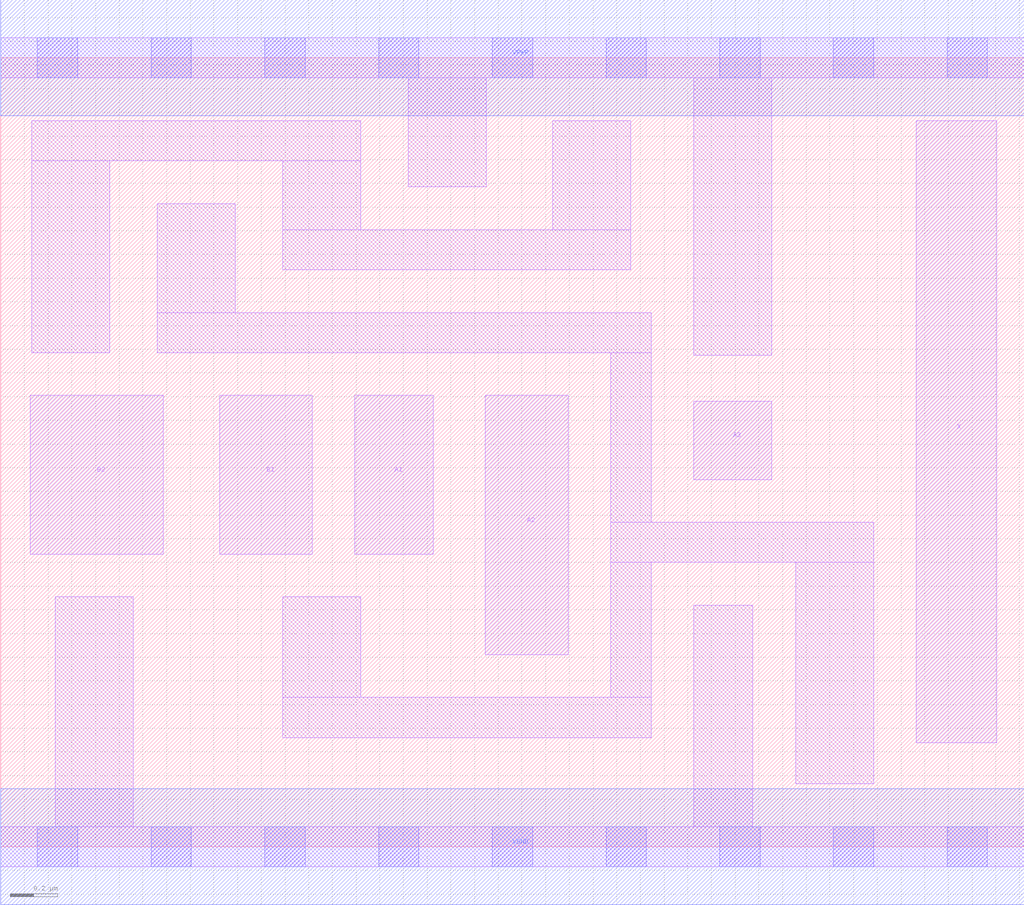
<source format=lef>
# Copyright 2020 The SkyWater PDK Authors
#
# Licensed under the Apache License, Version 2.0 (the "License");
# you may not use this file except in compliance with the License.
# You may obtain a copy of the License at
#
#     https://www.apache.org/licenses/LICENSE-2.0
#
# Unless required by applicable law or agreed to in writing, software
# distributed under the License is distributed on an "AS IS" BASIS,
# WITHOUT WARRANTIES OR CONDITIONS OF ANY KIND, either express or implied.
# See the License for the specific language governing permissions and
# limitations under the License.
#
# SPDX-License-Identifier: Apache-2.0

VERSION 5.7 ;
  NOWIREEXTENSIONATPIN ON ;
  DIVIDERCHAR "/" ;
  BUSBITCHARS "[]" ;
UNITS
  DATABASE MICRONS 200 ;
END UNITS
MACRO sky130_fd_sc_lp__a32o_lp
  CLASS CORE ;
  FOREIGN sky130_fd_sc_lp__a32o_lp ;
  ORIGIN  0.000000  0.000000 ;
  SIZE  4.320000 BY  3.330000 ;
  SYMMETRY X Y R90 ;
  SITE unit ;
  PIN A1
    ANTENNAGATEAREA  0.313000 ;
    DIRECTION INPUT ;
    USE SIGNAL ;
    PORT
      LAYER li1 ;
        RECT 1.495000 1.235000 1.825000 1.905000 ;
    END
  END A1
  PIN A2
    ANTENNAGATEAREA  0.313000 ;
    DIRECTION INPUT ;
    USE SIGNAL ;
    PORT
      LAYER li1 ;
        RECT 2.045000 0.810000 2.395000 1.905000 ;
    END
  END A2
  PIN A3
    ANTENNAGATEAREA  0.313000 ;
    DIRECTION INPUT ;
    USE SIGNAL ;
    PORT
      LAYER li1 ;
        RECT 2.925000 1.550000 3.255000 1.880000 ;
    END
  END A3
  PIN B1
    ANTENNAGATEAREA  0.313000 ;
    DIRECTION INPUT ;
    USE SIGNAL ;
    PORT
      LAYER li1 ;
        RECT 0.925000 1.235000 1.315000 1.905000 ;
    END
  END B1
  PIN B2
    ANTENNAGATEAREA  0.313000 ;
    DIRECTION INPUT ;
    USE SIGNAL ;
    PORT
      LAYER li1 ;
        RECT 0.125000 1.235000 0.685000 1.905000 ;
    END
  END B2
  PIN X
    ANTENNADIFFAREA  0.442500 ;
    DIRECTION OUTPUT ;
    USE SIGNAL ;
    PORT
      LAYER li1 ;
        RECT 3.865000 0.440000 4.205000 3.065000 ;
    END
  END X
  PIN VGND
    DIRECTION INOUT ;
    USE GROUND ;
    PORT
      LAYER met1 ;
        RECT 0.000000 -0.245000 4.320000 0.245000 ;
    END
  END VGND
  PIN VPWR
    DIRECTION INOUT ;
    USE POWER ;
    PORT
      LAYER met1 ;
        RECT 0.000000 3.085000 4.320000 3.575000 ;
    END
  END VPWR
  OBS
    LAYER li1 ;
      RECT 0.000000 -0.085000 4.320000 0.085000 ;
      RECT 0.000000  3.245000 4.320000 3.415000 ;
      RECT 0.130000  2.085000 0.460000 2.895000 ;
      RECT 0.130000  2.895000 1.520000 3.065000 ;
      RECT 0.230000  0.085000 0.560000 1.055000 ;
      RECT 0.660000  2.085000 2.745000 2.255000 ;
      RECT 0.660000  2.255000 0.990000 2.715000 ;
      RECT 1.190000  0.460000 2.745000 0.630000 ;
      RECT 1.190000  0.630000 1.520000 1.055000 ;
      RECT 1.190000  2.435000 2.660000 2.605000 ;
      RECT 1.190000  2.605000 1.520000 2.895000 ;
      RECT 1.720000  2.785000 2.050000 3.245000 ;
      RECT 2.330000  2.605000 2.660000 3.065000 ;
      RECT 2.575000  0.630000 2.745000 1.200000 ;
      RECT 2.575000  1.200000 3.685000 1.370000 ;
      RECT 2.575000  1.370000 2.745000 2.085000 ;
      RECT 2.925000  0.085000 3.175000 1.020000 ;
      RECT 2.925000  2.075000 3.255000 3.245000 ;
      RECT 3.355000  0.265000 3.685000 1.200000 ;
    LAYER mcon ;
      RECT 0.155000 -0.085000 0.325000 0.085000 ;
      RECT 0.155000  3.245000 0.325000 3.415000 ;
      RECT 0.635000 -0.085000 0.805000 0.085000 ;
      RECT 0.635000  3.245000 0.805000 3.415000 ;
      RECT 1.115000 -0.085000 1.285000 0.085000 ;
      RECT 1.115000  3.245000 1.285000 3.415000 ;
      RECT 1.595000 -0.085000 1.765000 0.085000 ;
      RECT 1.595000  3.245000 1.765000 3.415000 ;
      RECT 2.075000 -0.085000 2.245000 0.085000 ;
      RECT 2.075000  3.245000 2.245000 3.415000 ;
      RECT 2.555000 -0.085000 2.725000 0.085000 ;
      RECT 2.555000  3.245000 2.725000 3.415000 ;
      RECT 3.035000 -0.085000 3.205000 0.085000 ;
      RECT 3.035000  3.245000 3.205000 3.415000 ;
      RECT 3.515000 -0.085000 3.685000 0.085000 ;
      RECT 3.515000  3.245000 3.685000 3.415000 ;
      RECT 3.995000 -0.085000 4.165000 0.085000 ;
      RECT 3.995000  3.245000 4.165000 3.415000 ;
  END
END sky130_fd_sc_lp__a32o_lp
END LIBRARY

</source>
